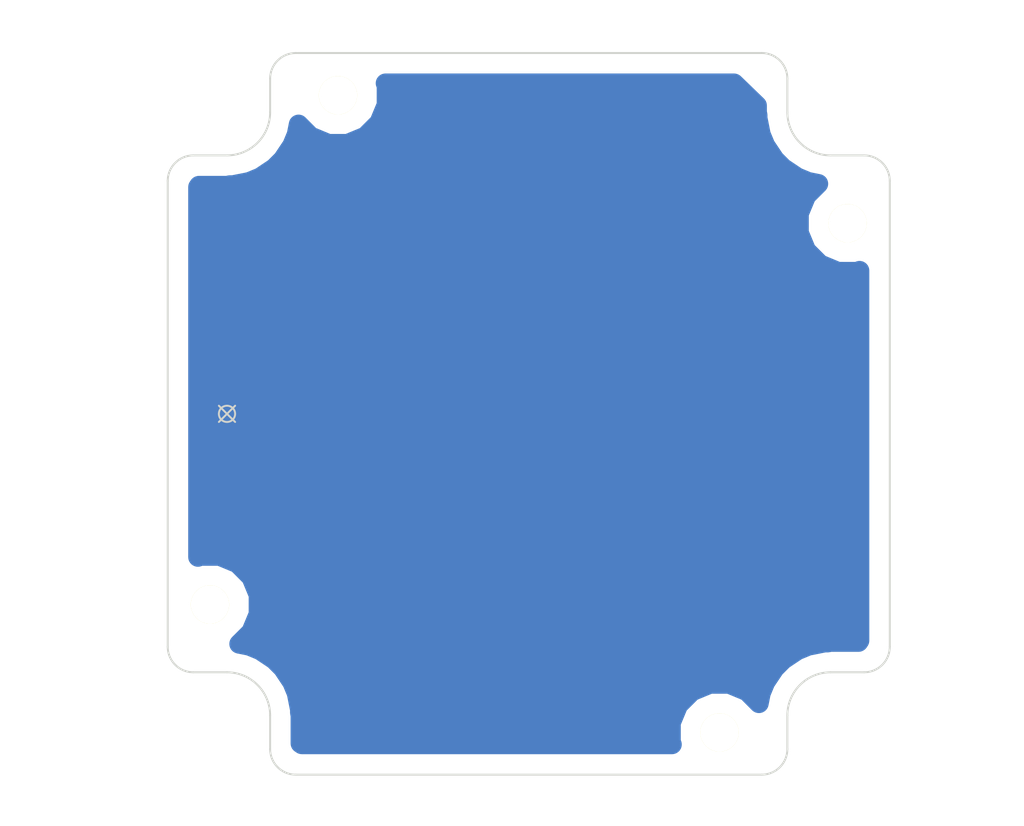
<source format=kicad_pcb>
(kicad_pcb (version 4) (host pcbnew 0.201508230901+6112~28~ubuntu15.04.1-product)

  (general
    (links 0)
    (no_connects 0)
    (area 125.385001 103.145 210.285 169.230001)
    (thickness 1.6)
    (drawings 41)
    (tracks 0)
    (zones 0)
    (modules 4)
    (nets 1)
  )

  (page A4)
  (layers
    (0 F.Cu signal)
    (31 B.Cu signal)
    (33 F.Adhes user)
    (35 F.Paste user)
    (37 F.SilkS user)
    (39 F.Mask user)
    (40 Dwgs.User user)
    (41 Cmts.User user)
    (42 Eco1.User user)
    (43 Eco2.User user)
    (44 Edge.Cuts user)
    (45 Margin user)
    (47 F.CrtYd user)
    (49 F.Fab user)
  )

  (setup
    (last_trace_width 0.254)
    (user_trace_width 0.254)
    (user_trace_width 0.3048)
    (user_trace_width 0.3556)
    (user_trace_width 0.4064)
    (user_trace_width 0.4572)
    (user_trace_width 0.508)
    (user_trace_width 0.635)
    (user_trace_width 0.762)
    (user_trace_width 1.27)
    (user_trace_width 1.524)
    (user_trace_width 2.032)
    (user_trace_width 2.032)
    (trace_clearance 0.254)
    (zone_clearance 1.524)
    (zone_45_only yes)
    (trace_min 0.1524)
    (segment_width 0.01)
    (edge_width 0.15)
    (via_size 1.016)
    (via_drill 0.635)
    (via_min_size 0.6858)
    (via_min_drill 0.3302)
    (user_via 0.6858 0.3302)
    (uvia_size 0.3)
    (uvia_drill 0.1)
    (uvias_allowed no)
    (uvia_min_size 0)
    (uvia_min_drill 0)
    (pcb_text_width 0.3)
    (pcb_text_size 1.5 1.5)
    (mod_edge_width 0.15)
    (mod_text_size 1 1)
    (mod_text_width 0.15)
    (pad_size 1.524 1.524)
    (pad_drill 0.762)
    (pad_to_mask_clearance 0.2)
    (aux_axis_origin 144.06 134.92)
    (grid_origin 152.73 110.02)
    (visible_elements FFFFFF7F)
    (pcbplotparams
      (layerselection 0x00000_00000001)
      (usegerberextensions false)
      (excludeedgelayer true)
      (linewidth 0.100000)
      (plotframeref false)
      (viasonmask false)
      (mode 1)
      (useauxorigin false)
      (hpglpennumber 1)
      (hpglpenspeed 20)
      (hpglpendiameter 15)
      (hpglpenoverlay 2)
      (psnegative false)
      (psa4output false)
      (plotreference true)
      (plotvalue true)
      (plotinvisibletext false)
      (padsonsilk false)
      (subtractmaskfromsilk false)
      (outputformat 2)
      (mirror false)
      (drillshape 0)
      (scaleselection 1)
      (outputdirectory ""))
  )

  (net 0 "")

  (net_class Default "This is the default net class."
    (clearance 0.254)
    (trace_width 0.254)
    (via_dia 1.016)
    (via_drill 0.635)
    (uvia_dia 0.3)
    (uvia_drill 0.1)
  )

  (module ownCloud:3mm_NPTH (layer F.Cu) (tedit 55DE544E) (tstamp 55DD2D03)
    (at 142.73 149.82)
    (fp_text reference REF** (at 0 0.5) (layer F.SilkS) hide
      (effects (font (size 1 1) (thickness 0.15)))
    )
    (fp_text value 3mm_NPTH (at 0 -0.5) (layer F.Fab) hide
      (effects (font (size 1 1) (thickness 0.15)))
    )
    (pad "" np_thru_hole circle (at 0 0) (size 3 3) (drill 3) (layers *.Cu *.Mask F.SilkS)
      (clearance 1.5) (zone_connect 0))
  )

  (module ownCloud:3mm_NPTH (layer F.Cu) (tedit 55DE544E) (tstamp 55DD2D0C)
    (at 182.53 159.82)
    (fp_text reference REF** (at 0 0.5) (layer F.SilkS) hide
      (effects (font (size 1 1) (thickness 0.15)))
    )
    (fp_text value 3mm_NPTH (at 0 -0.5) (layer F.Fab) hide
      (effects (font (size 1 1) (thickness 0.15)))
    )
    (pad "" np_thru_hole circle (at 0 0) (size 3 3) (drill 3) (layers *.Cu *.Mask F.SilkS)
      (clearance 1.5) (zone_connect 0))
  )

  (module ownCloud:3mm_NPTH (layer F.Cu) (tedit 55DE544E) (tstamp 55DD2D15)
    (at 192.53 120.02)
    (fp_text reference REF** (at 0 0.5) (layer F.SilkS) hide
      (effects (font (size 1 1) (thickness 0.15)))
    )
    (fp_text value 3mm_NPTH (at 0 -0.5) (layer F.Fab) hide
      (effects (font (size 1 1) (thickness 0.15)))
    )
    (pad "" np_thru_hole circle (at 0 0) (size 3 3) (drill 3) (layers *.Cu *.Mask F.SilkS)
      (clearance 1.5) (zone_connect 0))
  )

  (module ownCloud:3mm_NPTH (layer F.Cu) (tedit 55DE544E) (tstamp 55DD2CFA)
    (at 152.73 110.02)
    (fp_text reference REF** (at 0 0.5) (layer F.SilkS) hide
      (effects (font (size 1 1) (thickness 0.15)))
    )
    (fp_text value 3mm_NPTH (at 0 -0.5) (layer F.Fab) hide
      (effects (font (size 1 1) (thickness 0.15)))
    )
    (pad "" np_thru_hole circle (at 0 0) (size 3 3) (drill 3) (layers *.Cu *.Mask F.SilkS)
      (clearance 1.5) (zone_connect 0))
  )

  (target plus (at 152.73 110.02) (size 0) (width 0.15) (layer Edge.Cuts))
  (gr_circle (center 152.73 110.02) (end 154.23 110.02) (layer Dwgs.User) (width 0.01))
  (target x (at 144.06 134.92) (size 1.27) (width 0.1524) (layer Edge.Cuts))
  (gr_text "Opening for shaft" (at 167.6 127.86) (layer Cmts.User)
    (effects (font (size 1.5 1.5) (thickness 0.01)))
  )
  (dimension 12.14 (width 0.01) (layer Dwgs.User)
    (gr_text "12.140 mm" (at 167.63 124.95) (layer Dwgs.User)
      (effects (font (size 1.5 1.5) (thickness 0.01)))
    )
    (feature1 (pts (xy 161.56 134.92) (xy 161.56 123.6)))
    (feature2 (pts (xy 173.7 134.92) (xy 173.7 123.6)))
    (crossbar (pts (xy 173.7 126.3) (xy 161.56 126.3)))
    (arrow1a (pts (xy 161.56 126.3) (xy 162.686504 125.713579)))
    (arrow1b (pts (xy 161.56 126.3) (xy 162.686504 126.886421)))
    (arrow2a (pts (xy 173.7 126.3) (xy 172.573496 125.713579)))
    (arrow2b (pts (xy 173.7 126.3) (xy 172.573496 126.886421)))
  )
  (gr_circle (center 167.63 134.92) (end 173.7 134.92) (layer Dwgs.User) (width 0.01))
  (gr_line (start 187.83 161.11) (end 187.83 158.49) (angle 90) (layer Edge.Cuts) (width 0.15))
  (gr_arc (start 185.83 108.72) (end 185.83 106.72) (angle 90) (layer Edge.Cuts) (width 0.15))
  (gr_arc (start 193.83 116.72) (end 193.83 114.72) (angle 90) (layer Edge.Cuts) (width 0.15))
  (gr_arc (start 193.83 153.12) (end 195.83 153.12) (angle 90) (layer Edge.Cuts) (width 0.15))
  (gr_arc (start 185.83 161.12) (end 187.83 161.12) (angle 90) (layer Edge.Cuts) (width 0.15))
  (gr_arc (start 149.43 161.12) (end 149.43 163.12) (angle 90) (layer Edge.Cuts) (width 0.15))
  (gr_arc (start 141.43 153.12) (end 141.43 155.12) (angle 90) (layer Edge.Cuts) (width 0.15))
  (gr_arc (start 141.43 116.72) (end 139.43 116.72) (angle 90) (layer Edge.Cuts) (width 0.15))
  (gr_arc (start 149.43 108.72) (end 147.43 108.72) (angle 90) (layer Edge.Cuts) (width 0.15))
  (gr_arc (start 191.2 158.49) (end 187.83 158.49) (angle 90) (layer Edge.Cuts) (width 0.15))
  (gr_arc (start 144.06 158.49) (end 144.06 155.12) (angle 90) (layer Edge.Cuts) (width 0.15))
  (gr_arc (start 144.06 111.35) (end 147.43 111.35) (angle 90) (layer Edge.Cuts) (width 0.15))
  (gr_arc (start 191.2 111.35) (end 191.2 114.72) (angle 90) (layer Edge.Cuts) (width 0.15))
  (gr_line (start 187.83 111.35) (end 187.83 108.72) (angle 90) (layer Edge.Cuts) (width 0.15))
  (gr_line (start 193.83 114.72) (end 191.2 114.72) (angle 90) (layer Edge.Cuts) (width 0.15))
  (gr_line (start 195.83 153.11) (end 195.83 116.73) (angle 90) (layer Edge.Cuts) (width 0.15))
  (gr_line (start 191.2 155.12) (end 193.83 155.12) (angle 90) (layer Edge.Cuts) (width 0.15))
  (gr_line (start 149.44 163.12) (end 185.82 163.12) (angle 90) (layer Edge.Cuts) (width 0.15))
  (gr_line (start 147.43 158.49) (end 147.43 161.12) (angle 90) (layer Edge.Cuts) (width 0.15))
  (gr_line (start 141.44 155.12) (end 144.06 155.12) (angle 90) (layer Edge.Cuts) (width 0.15))
  (gr_line (start 139.43 116.71) (end 139.43 153.13) (angle 90) (layer Edge.Cuts) (width 0.15))
  (gr_line (start 149.44 106.72) (end 185.83 106.72) (angle 90) (layer Edge.Cuts) (width 0.15))
  (gr_line (start 147.43 111.35) (end 147.43 108.73) (angle 90) (layer Edge.Cuts) (width 0.15))
  (gr_line (start 141.43 114.72) (end 144.06 114.72) (angle 90) (layer Edge.Cuts) (width 0.15))
  (dimension 5.3 (width 0.01) (layer Dwgs.User)
    (gr_text "5.300 mm" (at 191.2 104.21) (layer Dwgs.User)
      (effects (font (size 1.5 1.5) (thickness 0.01)))
    )
    (feature1 (pts (xy 188.55 111.35) (xy 188.55 103.44)))
    (feature2 (pts (xy 193.85 111.35) (xy 193.85 103.44)))
    (crossbar (pts (xy 193.85 104.98) (xy 188.55 104.98)))
    (arrow1a (pts (xy 188.55 104.98) (xy 189.676504 104.393579)))
    (arrow1b (pts (xy 188.55 104.98) (xy 189.676504 105.566421)))
    (arrow2a (pts (xy 193.85 104.98) (xy 192.723496 104.393579)))
    (arrow2b (pts (xy 193.85 104.98) (xy 192.723496 105.566421)))
  )
  (gr_circle (center 191.2 158.49) (end 193.85 158.49) (layer Dwgs.User) (width 0.01) (tstamp 55DD14A4))
  (dimension 47.14 (width 0.01) (layer Dwgs.User)
    (gr_text "47.140 mm" (at 167.63 167.88) (layer Dwgs.User)
      (effects (font (size 1.5 1.5) (thickness 0.01)))
    )
    (feature1 (pts (xy 144.06 111.35) (xy 144.06 169.23)))
    (feature2 (pts (xy 191.2 111.35) (xy 191.2 169.23)))
    (crossbar (pts (xy 191.2 166.53) (xy 144.06 166.53)))
    (arrow1a (pts (xy 144.06 166.53) (xy 145.186504 165.943579)))
    (arrow1b (pts (xy 144.06 166.53) (xy 145.186504 167.116421)))
    (arrow2a (pts (xy 191.2 166.53) (xy 190.073496 165.943579)))
    (arrow2b (pts (xy 191.2 166.53) (xy 190.073496 167.116421)))
  )
  (dimension 47.14 (width 0.01) (layer Dwgs.User)
    (gr_text "47.140 mm" (at 131.89 134.92 270) (layer Dwgs.User)
      (effects (font (size 1.5 1.5) (thickness 0.01)))
    )
    (feature1 (pts (xy 191.2 158.49) (xy 130.54 158.49)))
    (feature2 (pts (xy 191.2 111.35) (xy 130.54 111.35)))
    (crossbar (pts (xy 133.24 111.35) (xy 133.24 158.49)))
    (arrow1a (pts (xy 133.24 158.49) (xy 132.653579 157.363496)))
    (arrow1b (pts (xy 133.24 158.49) (xy 133.826421 157.363496)))
    (arrow2a (pts (xy 133.24 111.35) (xy 132.653579 112.476504)))
    (arrow2b (pts (xy 133.24 111.35) (xy 133.826421 112.476504)))
  )
  (gr_circle (center 144.06 158.49) (end 146.71 158.49) (layer Dwgs.User) (width 0.01) (tstamp 55DD13F4))
  (gr_circle (center 144.06 111.35) (end 146.71 111.35) (layer Dwgs.User) (width 0.01) (tstamp 55DD13D2))
  (gr_circle (center 191.2 111.35) (end 193.85 111.35) (layer Dwgs.User) (width 0.01))
  (gr_line (start 167.63 106.72) (end 167.63 164.22) (angle 90) (layer Dwgs.User) (width 0.01))
  (gr_line (start 195.83 134.92) (end 139.43 134.92) (angle 90) (layer Dwgs.User) (width 0.01))
  (dimension 56.4 (width 0.01) (layer Dwgs.User)
    (gr_text "56.400 mm" (at 203.78 134.92 270) (layer Dwgs.User)
      (effects (font (size 1.5 1.5) (thickness 0.01)))
    )
    (feature1 (pts (xy 139.43 163.12) (xy 205.13 163.12)))
    (feature2 (pts (xy 139.43 106.72) (xy 205.13 106.72)))
    (crossbar (pts (xy 202.43 106.72) (xy 202.43 163.12)))
    (arrow1a (pts (xy 202.43 163.12) (xy 201.843579 161.993496)))
    (arrow1b (pts (xy 202.43 163.12) (xy 203.016421 161.993496)))
    (arrow2a (pts (xy 202.43 106.72) (xy 201.843579 107.846504)))
    (arrow2b (pts (xy 202.43 106.72) (xy 203.016421 107.846504)))
  )
  (dimension 56.4 (width 0.01) (layer Dwgs.User)
    (gr_text "56.400 mm" (at 167.63 164.99) (layer Dwgs.User)
      (effects (font (size 1.5 1.5) (thickness 0.01)))
    )
    (feature1 (pts (xy 195.83 106.72) (xy 195.83 165.76)))
    (feature2 (pts (xy 139.43 106.72) (xy 139.43 165.76)))
    (crossbar (pts (xy 139.43 164.22) (xy 195.83 164.22)))
    (arrow1a (pts (xy 195.83 164.22) (xy 194.703496 164.806421)))
    (arrow1b (pts (xy 195.83 164.22) (xy 194.703496 163.633579)))
    (arrow2a (pts (xy 139.43 164.22) (xy 140.556504 164.806421)))
    (arrow2b (pts (xy 139.43 164.22) (xy 140.556504 163.633579)))
  )

  (zone (net 0) (net_name "") (layer B.Cu) (tstamp 55DD2052) (hatch full 0.508)
    (connect_pads (clearance 1.524))
    (min_thickness 1.524)
    (fill yes (arc_segments 16) (thermal_gap 2.032) (thermal_bridge_width 2.032) (smoothing fillet) (radius 6.35))
    (polygon
      (pts
        (xy 187.315 115.235) (xy 194.935 115.235) (xy 194.935 154.605) (xy 187.315 154.605) (xy 187.315 162.225)
        (xy 147.945 162.225) (xy 147.945 154.605) (xy 140.325 154.605) (xy 140.325 115.235) (xy 147.945 115.235)
        (xy 147.945 107.615) (xy 187.315 107.615) (xy 187.315 115.235)
      )
    )
    (filled_polygon
      (pts
        (xy 185.469 110.822833) (xy 185.469 111.35) (xy 185.514366 111.57807) (xy 185.514366 111.810608) (xy 185.770891 113.100247)
        (xy 185.770891 113.100251) (xy 185.961549 113.56054) (xy 186.123426 113.951345) (xy 186.123428 113.951347) (xy 186.853949 115.044649)
        (xy 186.85395 115.044652) (xy 187.505348 115.69605) (xy 187.505351 115.696051) (xy 188.598653 116.426572) (xy 188.598655 116.426574)
        (xy 188.847935 116.529829) (xy 189.449749 116.779109) (xy 189.449754 116.779109) (xy 190.256841 116.939649) (xy 189.322257 117.872603)
        (xy 188.744659 119.263614) (xy 188.743344 120.769778) (xy 189.318514 122.161795) (xy 190.382603 123.227743) (xy 191.773614 123.805341)
        (xy 193.279778 123.806656) (xy 193.469 123.728471) (xy 193.469 152.641441) (xy 193.39045 152.759) (xy 191.2 152.759)
        (xy 190.97193 152.804366) (xy 190.739392 152.804366) (xy 189.449754 153.060891) (xy 189.449749 153.060891) (xy 188.847935 153.310171)
        (xy 188.598655 153.413426) (xy 188.598653 153.413428) (xy 187.505351 154.143949) (xy 187.505348 154.14395) (xy 186.85395 154.795348)
        (xy 186.85395 154.795349) (xy 186.123428 155.888653) (xy 186.123426 155.888655) (xy 186.123426 155.888656) (xy 185.770891 156.739749)
        (xy 185.770891 156.739753) (xy 185.610351 157.546841) (xy 184.677397 156.612257) (xy 183.286386 156.034659) (xy 181.780222 156.033344)
        (xy 180.388205 156.608514) (xy 179.322257 157.672603) (xy 178.744659 159.063614) (xy 178.743344 160.569778) (xy 178.821529 160.759)
        (xy 149.908559 160.759) (xy 149.791 160.68045) (xy 149.791 158.49) (xy 149.745634 158.26193) (xy 149.745634 158.029392)
        (xy 149.489109 156.739754) (xy 149.489109 156.739749) (xy 149.136574 155.888656) (xy 149.136574 155.888655) (xy 149.136572 155.888653)
        (xy 148.40605 154.795349) (xy 148.40605 154.795348) (xy 147.754652 154.14395) (xy 147.754649 154.143949) (xy 146.661347 153.413428)
        (xy 146.661345 153.413426) (xy 146.30881 153.267401) (xy 145.810251 153.060891) (xy 145.810247 153.060891) (xy 145.003159 152.900351)
        (xy 145.937743 151.967397) (xy 146.515341 150.576386) (xy 146.516656 149.070222) (xy 145.941486 147.678205) (xy 144.877397 146.612257)
        (xy 143.486386 146.034659) (xy 141.980222 146.033344) (xy 141.791 146.111529) (xy 141.791 117.198559) (xy 141.86955 117.081)
        (xy 144.06 117.081) (xy 144.28807 117.035634) (xy 144.520608 117.035634) (xy 145.810247 116.779109) (xy 145.810251 116.779109)
        (xy 146.30881 116.572599) (xy 146.661345 116.426574) (xy 146.661347 116.426572) (xy 147.754649 115.696051) (xy 147.754652 115.69605)
        (xy 148.40605 115.044652) (xy 148.406051 115.044649) (xy 149.136572 113.951347) (xy 149.136574 113.951345) (xy 149.29845 113.560541)
        (xy 149.489109 113.100251) (xy 149.489109 113.100246) (xy 149.649649 112.293159) (xy 150.582603 113.227743) (xy 151.973614 113.805341)
        (xy 153.479778 113.806656) (xy 154.871795 113.231486) (xy 155.937743 112.167397) (xy 156.515341 110.776386) (xy 156.516656 109.270222)
        (xy 156.438471 109.081) (xy 183.668747 109.081)
      )
    )
  )
)

</source>
